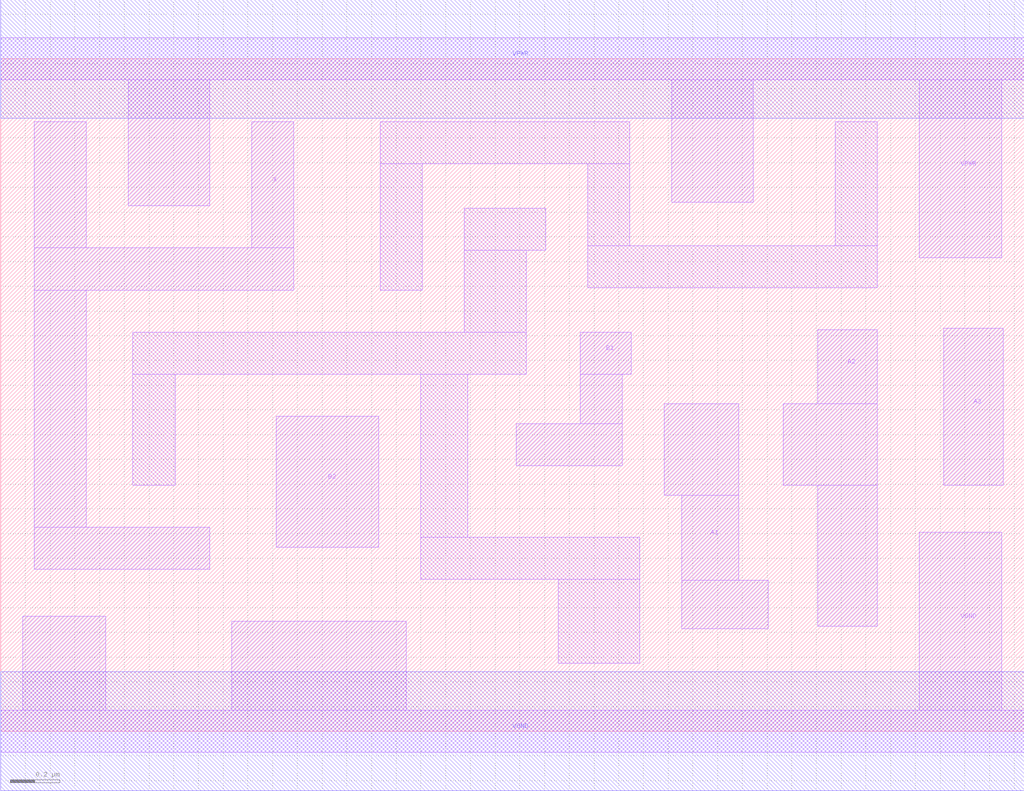
<source format=lef>
# Copyright 2020 The SkyWater PDK Authors
#
# Licensed under the Apache License, Version 2.0 (the "License");
# you may not use this file except in compliance with the License.
# You may obtain a copy of the License at
#
#     https://www.apache.org/licenses/LICENSE-2.0
#
# Unless required by applicable law or agreed to in writing, software
# distributed under the License is distributed on an "AS IS" BASIS,
# WITHOUT WARRANTIES OR CONDITIONS OF ANY KIND, either express or implied.
# See the License for the specific language governing permissions and
# limitations under the License.
#
# SPDX-License-Identifier: Apache-2.0

VERSION 5.5 ;
NAMESCASESENSITIVE ON ;
BUSBITCHARS "[]" ;
DIVIDERCHAR "/" ;
MACRO sky130_fd_sc_hd__a32o_2
  CLASS CORE ;
  SOURCE USER ;
  ORIGIN  0.000000  0.000000 ;
  SIZE  4.140000 BY  2.720000 ;
  SYMMETRY X Y R90 ;
  SITE unithd ;
  PIN A1
    ANTENNAGATEAREA  0.247500 ;
    DIRECTION INPUT ;
    USE SIGNAL ;
    PORT
      LAYER li1 ;
        RECT 2.685000 0.955000 2.985000 1.325000 ;
        RECT 2.755000 0.415000 3.105000 0.610000 ;
        RECT 2.755000 0.610000 2.985000 0.955000 ;
    END
  END A1
  PIN A2
    ANTENNAGATEAREA  0.247500 ;
    DIRECTION INPUT ;
    USE SIGNAL ;
    PORT
      LAYER li1 ;
        RECT 3.165000 0.995000 3.545000 1.325000 ;
        RECT 3.305000 0.425000 3.545000 0.995000 ;
        RECT 3.305000 1.325000 3.545000 1.625000 ;
    END
  END A2
  PIN A3
    ANTENNAGATEAREA  0.247500 ;
    DIRECTION INPUT ;
    USE SIGNAL ;
    PORT
      LAYER li1 ;
        RECT 3.815000 0.995000 4.055000 1.630000 ;
    END
  END A3
  PIN B1
    ANTENNAGATEAREA  0.247500 ;
    DIRECTION INPUT ;
    USE SIGNAL ;
    PORT
      LAYER li1 ;
        RECT 2.085000 1.075000 2.515000 1.245000 ;
        RECT 2.345000 1.245000 2.515000 1.445000 ;
        RECT 2.345000 1.445000 2.550000 1.615000 ;
    END
  END B1
  PIN B2
    ANTENNAGATEAREA  0.247500 ;
    DIRECTION INPUT ;
    USE SIGNAL ;
    PORT
      LAYER li1 ;
        RECT 1.115000 0.745000 1.530000 1.275000 ;
    END
  END B2
  PIN X
    ANTENNADIFFAREA  0.695500 ;
    DIRECTION OUTPUT ;
    USE SIGNAL ;
    PORT
      LAYER li1 ;
        RECT 0.135000 0.655000 0.845000 0.825000 ;
        RECT 0.135000 0.825000 0.345000 1.785000 ;
        RECT 0.135000 1.785000 1.185000 1.955000 ;
        RECT 0.135000 1.955000 0.345000 2.465000 ;
        RECT 1.015000 1.955000 1.185000 2.465000 ;
    END
  END X
  PIN VGND
    DIRECTION INOUT ;
    SHAPE ABUTMENT ;
    USE GROUND ;
    PORT
      LAYER li1 ;
        RECT 0.000000 -0.085000 4.140000 0.085000 ;
        RECT 0.090000  0.085000 0.425000 0.465000 ;
        RECT 0.935000  0.085000 1.640000 0.445000 ;
        RECT 3.715000  0.085000 4.050000 0.805000 ;
    END
    PORT
      LAYER met1 ;
        RECT 0.000000 -0.240000 4.140000 0.240000 ;
    END
  END VGND
  PIN VPWR
    DIRECTION INOUT ;
    SHAPE ABUTMENT ;
    USE POWER ;
    PORT
      LAYER li1 ;
        RECT 0.000000 2.635000 4.140000 2.805000 ;
        RECT 0.515000 2.125000 0.845000 2.635000 ;
        RECT 2.715000 2.140000 3.045000 2.635000 ;
        RECT 3.715000 1.915000 4.050000 2.635000 ;
    END
    PORT
      LAYER met1 ;
        RECT 0.000000 2.480000 4.140000 2.960000 ;
    END
  END VPWR
  OBS
    LAYER li1 ;
      RECT 0.535000 0.995000 0.705000 1.445000 ;
      RECT 0.535000 1.445000 2.125000 1.615000 ;
      RECT 1.535000 1.785000 1.705000 2.295000 ;
      RECT 1.535000 2.295000 2.545000 2.465000 ;
      RECT 1.700000 0.615000 2.585000 0.785000 ;
      RECT 1.700000 0.785000 1.890000 1.445000 ;
      RECT 1.875000 1.615000 2.125000 1.945000 ;
      RECT 1.875000 1.945000 2.205000 2.115000 ;
      RECT 2.255000 0.275000 2.585000 0.615000 ;
      RECT 2.375000 1.795000 3.545000 1.965000 ;
      RECT 2.375000 1.965000 2.545000 2.295000 ;
      RECT 3.375000 1.965000 3.545000 2.465000 ;
  END
END sky130_fd_sc_hd__a32o_2
END LIBRARY

</source>
